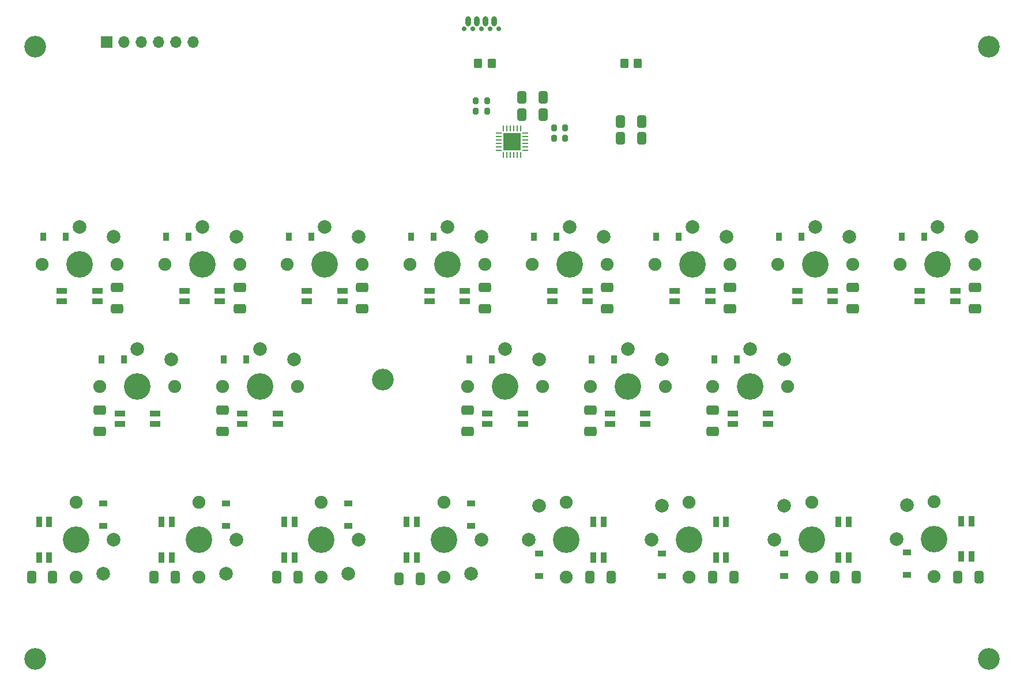
<source format=gbr>
%TF.GenerationSoftware,KiCad,Pcbnew,6.0.9-8da3e8f707~117~ubuntu22.04.1*%
%TF.CreationDate,2022-12-01T14:43:22-05:00*%
%TF.ProjectId,keyboard_matrix,6b657962-6f61-4726-945f-6d6174726978,rev?*%
%TF.SameCoordinates,Original*%
%TF.FileFunction,Soldermask,Bot*%
%TF.FilePolarity,Negative*%
%FSLAX46Y46*%
G04 Gerber Fmt 4.6, Leading zero omitted, Abs format (unit mm)*
G04 Created by KiCad (PCBNEW 6.0.9-8da3e8f707~117~ubuntu22.04.1) date 2022-12-01 14:43:22*
%MOMM*%
%LPD*%
G01*
G04 APERTURE LIST*
G04 Aperture macros list*
%AMRoundRect*
0 Rectangle with rounded corners*
0 $1 Rounding radius*
0 $2 $3 $4 $5 $6 $7 $8 $9 X,Y pos of 4 corners*
0 Add a 4 corners polygon primitive as box body*
4,1,4,$2,$3,$4,$5,$6,$7,$8,$9,$2,$3,0*
0 Add four circle primitives for the rounded corners*
1,1,$1+$1,$2,$3*
1,1,$1+$1,$4,$5*
1,1,$1+$1,$6,$7*
1,1,$1+$1,$8,$9*
0 Add four rect primitives between the rounded corners*
20,1,$1+$1,$2,$3,$4,$5,0*
20,1,$1+$1,$4,$5,$6,$7,0*
20,1,$1+$1,$6,$7,$8,$9,0*
20,1,$1+$1,$8,$9,$2,$3,0*%
G04 Aperture macros list end*
%ADD10C,3.200000*%
%ADD11C,3.900000*%
%ADD12R,0.900000X1.200000*%
%ADD13C,1.900000*%
%ADD14C,2.000000*%
%ADD15R,1.600000X0.820000*%
%ADD16R,1.200000X0.900000*%
%ADD17R,0.820000X1.600000*%
%ADD18R,1.700000X1.700000*%
%ADD19O,1.700000X1.700000*%
%ADD20C,0.700000*%
%ADD21O,0.800000X1.500000*%
%ADD22RoundRect,0.250000X0.650000X-0.412500X0.650000X0.412500X-0.650000X0.412500X-0.650000X-0.412500X0*%
%ADD23RoundRect,0.250000X-0.650000X0.412500X-0.650000X-0.412500X0.650000X-0.412500X0.650000X0.412500X0*%
%ADD24RoundRect,0.250000X-0.412500X-0.650000X0.412500X-0.650000X0.412500X0.650000X-0.412500X0.650000X0*%
%ADD25RoundRect,0.250000X0.412500X0.650000X-0.412500X0.650000X-0.412500X-0.650000X0.412500X-0.650000X0*%
%ADD26RoundRect,0.200000X0.200000X0.275000X-0.200000X0.275000X-0.200000X-0.275000X0.200000X-0.275000X0*%
%ADD27RoundRect,0.250000X-0.350000X-0.450000X0.350000X-0.450000X0.350000X0.450000X-0.350000X0.450000X0*%
%ADD28RoundRect,0.062500X0.350000X0.062500X-0.350000X0.062500X-0.350000X-0.062500X0.350000X-0.062500X0*%
%ADD29RoundRect,0.062500X0.062500X0.350000X-0.062500X0.350000X-0.062500X-0.350000X0.062500X-0.350000X0*%
%ADD30R,2.600000X2.600000*%
%ADD31RoundRect,0.200000X-0.200000X-0.275000X0.200000X-0.275000X0.200000X0.275000X-0.200000X0.275000X0*%
G04 APERTURE END LIST*
D10*
%TO.C,H105*%
X126000000Y-114000000D03*
%TD*%
%TO.C,H104*%
X75000000Y-155000000D03*
%TD*%
%TO.C,H103*%
X75000000Y-65000000D03*
%TD*%
D11*
%TO.C,SW202*%
X99500000Y-97000000D03*
D12*
X97500000Y-93000000D03*
D13*
X105000000Y-97000000D03*
X94000000Y-97000000D03*
D14*
X99500000Y-91500000D03*
D15*
X102100000Y-102450000D03*
X102100000Y-100950000D03*
X96900000Y-100950000D03*
X96900000Y-102450000D03*
D12*
X94200000Y-93000000D03*
D14*
X104500000Y-93000000D03*
%TD*%
%TO.C,SW208*%
X207500000Y-91500000D03*
D13*
X202000000Y-97000000D03*
X213000000Y-97000000D03*
D12*
X205500000Y-93000000D03*
D11*
X207500000Y-97000000D03*
D15*
X210100000Y-102450000D03*
X210100000Y-100950000D03*
X204900000Y-100950000D03*
X204900000Y-102450000D03*
D12*
X202200000Y-93000000D03*
D14*
X212500000Y-93000000D03*
%TD*%
D13*
%TO.C,SW201*%
X87000000Y-97000000D03*
D12*
X79500000Y-93000000D03*
D13*
X76000000Y-97000000D03*
D14*
X81500000Y-91500000D03*
D11*
X81500000Y-97000000D03*
D15*
X84100000Y-102450000D03*
X84100000Y-100950000D03*
X78900000Y-100950000D03*
X78900000Y-102450000D03*
D12*
X76200000Y-93000000D03*
D14*
X86500000Y-93000000D03*
%TD*%
D16*
%TO.C,SW301*%
X85000000Y-135500000D03*
D14*
X86500000Y-137500000D03*
D13*
X81000000Y-132000000D03*
X81000000Y-143000000D03*
D11*
X81000000Y-137500000D03*
D17*
X75550000Y-140100000D03*
X77050000Y-140100000D03*
X77050000Y-134900000D03*
X75550000Y-134900000D03*
D16*
X85000000Y-132200000D03*
D14*
X85000000Y-142500000D03*
%TD*%
D12*
%TO.C,SW307*%
X142000000Y-111000000D03*
D11*
X144000000Y-115000000D03*
D13*
X138500000Y-115000000D03*
X149500000Y-115000000D03*
D14*
X144000000Y-109500000D03*
D15*
X141400000Y-118950000D03*
X141400000Y-120450000D03*
X146600000Y-120450000D03*
X146600000Y-118950000D03*
D12*
X138700000Y-111000000D03*
D14*
X149000000Y-111000000D03*
%TD*%
D13*
%TO.C,SW308*%
X153000000Y-132000000D03*
X153000000Y-143000000D03*
D11*
X153000000Y-137500000D03*
D14*
X147500000Y-137500000D03*
D16*
X149000000Y-139500000D03*
D17*
X156950000Y-140100000D03*
X158450000Y-140100000D03*
X158450000Y-134900000D03*
X156950000Y-134900000D03*
D16*
X149000000Y-142800000D03*
D14*
X149000000Y-132500000D03*
%TD*%
D13*
%TO.C,SW303*%
X99000000Y-143000000D03*
D14*
X104500000Y-137500000D03*
D16*
X103000000Y-135500000D03*
D13*
X99000000Y-132000000D03*
D11*
X99000000Y-137500000D03*
D17*
X93550000Y-140100000D03*
X95050000Y-140100000D03*
X95050000Y-134900000D03*
X93550000Y-134900000D03*
D16*
X103000000Y-132200000D03*
D14*
X103000000Y-142500000D03*
%TD*%
D18*
%TO.C,J10*%
X85460000Y-64375000D03*
D19*
X88000000Y-64375000D03*
X90540000Y-64375000D03*
X93080000Y-64375000D03*
X95620000Y-64375000D03*
X98160000Y-64375000D03*
%TD*%
D13*
%TO.C,SW312*%
X189000000Y-143000000D03*
D14*
X183500000Y-137500000D03*
D11*
X189000000Y-137500000D03*
D16*
X185000000Y-139500000D03*
D13*
X189000000Y-132000000D03*
D17*
X192950000Y-140100000D03*
X194450000Y-140100000D03*
X194450000Y-134900000D03*
X192950000Y-134900000D03*
D16*
X185000000Y-142800000D03*
D14*
X185000000Y-132500000D03*
%TD*%
D12*
%TO.C,SW304*%
X106000000Y-111000000D03*
D13*
X102500000Y-115000000D03*
X113500000Y-115000000D03*
D11*
X108000000Y-115000000D03*
D14*
X108000000Y-109500000D03*
D15*
X105400000Y-118950000D03*
X105400000Y-120450000D03*
X110600000Y-120450000D03*
X110600000Y-118950000D03*
D12*
X102700000Y-111000000D03*
D14*
X113000000Y-111000000D03*
%TD*%
D11*
%TO.C,SW309*%
X162000000Y-115000000D03*
D13*
X156500000Y-115000000D03*
D14*
X162000000Y-109500000D03*
D13*
X167500000Y-115000000D03*
D12*
X160000000Y-111000000D03*
D15*
X159400000Y-118950000D03*
X159400000Y-120450000D03*
X164600000Y-120450000D03*
X164600000Y-118950000D03*
D12*
X156700000Y-111000000D03*
D14*
X167000000Y-111000000D03*
%TD*%
D13*
%TO.C,SW302*%
X95500000Y-115000000D03*
D14*
X90000000Y-109500000D03*
D13*
X84500000Y-115000000D03*
D11*
X90000000Y-115000000D03*
D12*
X88000000Y-111000000D03*
D15*
X87400000Y-118950000D03*
X87400000Y-120450000D03*
X92600000Y-120450000D03*
X92600000Y-118950000D03*
D12*
X84700000Y-111000000D03*
D14*
X95000000Y-111000000D03*
%TD*%
D13*
%TO.C,SW203*%
X112000000Y-97000000D03*
X123000000Y-97000000D03*
D11*
X117500000Y-97000000D03*
D14*
X117500000Y-91500000D03*
D12*
X115500000Y-93000000D03*
D15*
X120100000Y-102450000D03*
X120100000Y-100950000D03*
X114900000Y-100950000D03*
X114900000Y-102450000D03*
D12*
X112200000Y-93000000D03*
D14*
X122500000Y-93000000D03*
%TD*%
D10*
%TO.C,H102*%
X215000000Y-65000000D03*
%TD*%
D20*
%TO.C,J11*%
X139230000Y-62425500D03*
X141770000Y-62425500D03*
X143040000Y-62425500D03*
X140500000Y-62425500D03*
X137960000Y-62425500D03*
D21*
X138595000Y-61270500D03*
X139865000Y-61270500D03*
X141135000Y-61270500D03*
X142405000Y-61270500D03*
%TD*%
D16*
%TO.C,SW310*%
X167000000Y-139500000D03*
D11*
X171000000Y-137500000D03*
D13*
X171000000Y-132000000D03*
X171000000Y-143000000D03*
D14*
X165500000Y-137500000D03*
D17*
X174950000Y-140100000D03*
X176450000Y-140100000D03*
X176450000Y-134900000D03*
X174950000Y-134900000D03*
D16*
X167000000Y-142800000D03*
D14*
X167000000Y-132500000D03*
%TD*%
D13*
%TO.C,SW306*%
X135000000Y-132000000D03*
D14*
X140500000Y-137500000D03*
D16*
X139000000Y-135500000D03*
D11*
X135000000Y-137500000D03*
D13*
X135000000Y-143000000D03*
D17*
X129550000Y-140100000D03*
X131050000Y-140100000D03*
X131050000Y-134900000D03*
X129550000Y-134900000D03*
D16*
X139000000Y-132200000D03*
D14*
X139000000Y-142500000D03*
%TD*%
D16*
%TO.C,SW313*%
X203000000Y-139385000D03*
D11*
X207000000Y-137385000D03*
D14*
X201500000Y-137385000D03*
D13*
X207000000Y-142885000D03*
X207000000Y-131885000D03*
D17*
X210950000Y-139985000D03*
X212450000Y-139985000D03*
X212450000Y-134785000D03*
X210950000Y-134785000D03*
D16*
X203000000Y-142685000D03*
D14*
X203000000Y-132385000D03*
%TD*%
D10*
%TO.C,H101*%
X215000000Y-155000000D03*
%TD*%
D13*
%TO.C,SW205*%
X159000000Y-97000000D03*
D14*
X153500000Y-91500000D03*
D11*
X153500000Y-97000000D03*
D12*
X151500000Y-93000000D03*
D13*
X148000000Y-97000000D03*
D15*
X156100000Y-102450000D03*
X156100000Y-100950000D03*
X150900000Y-100950000D03*
X150900000Y-102450000D03*
D12*
X148200000Y-93000000D03*
D14*
X158500000Y-93000000D03*
%TD*%
D12*
%TO.C,SW311*%
X178000000Y-111000000D03*
D13*
X174500000Y-115000000D03*
D14*
X180000000Y-109500000D03*
D13*
X185500000Y-115000000D03*
D11*
X180000000Y-115000000D03*
D15*
X177400000Y-118950000D03*
X177400000Y-120450000D03*
X182600000Y-120450000D03*
X182600000Y-118950000D03*
D12*
X174700000Y-111000000D03*
D14*
X185000000Y-111000000D03*
%TD*%
D11*
%TO.C,SW204*%
X135500000Y-97000000D03*
D14*
X135500000Y-91500000D03*
D12*
X133500000Y-93000000D03*
D13*
X141000000Y-97000000D03*
X130000000Y-97000000D03*
D15*
X138100000Y-102450000D03*
X138100000Y-100950000D03*
X132900000Y-100950000D03*
X132900000Y-102450000D03*
D12*
X130200000Y-93000000D03*
D14*
X140500000Y-93000000D03*
%TD*%
D13*
%TO.C,SW206*%
X177000000Y-97000000D03*
D11*
X171500000Y-97000000D03*
D14*
X171500000Y-91500000D03*
D13*
X166000000Y-97000000D03*
D12*
X169500000Y-93000000D03*
D15*
X174100000Y-102450000D03*
X174100000Y-100950000D03*
X168900000Y-100950000D03*
X168900000Y-102450000D03*
D12*
X166200000Y-93000000D03*
D14*
X176500000Y-93000000D03*
%TD*%
D16*
%TO.C,SW305*%
X121000000Y-135500000D03*
D14*
X122500000Y-137500000D03*
D13*
X117000000Y-132000000D03*
X117000000Y-143000000D03*
D11*
X117000000Y-137500000D03*
D17*
X111550000Y-140100000D03*
X113050000Y-140100000D03*
X113050000Y-134900000D03*
X111550000Y-134900000D03*
D16*
X121000000Y-132200000D03*
D14*
X121000000Y-142500000D03*
%TD*%
%TO.C,SW207*%
X189500000Y-91500000D03*
D11*
X189500000Y-97000000D03*
D13*
X184000000Y-97000000D03*
D12*
X187500000Y-93000000D03*
D13*
X195000000Y-97000000D03*
D15*
X192100000Y-102450000D03*
X192100000Y-100950000D03*
X186900000Y-100950000D03*
X186900000Y-102450000D03*
D12*
X184200000Y-93000000D03*
D14*
X194500000Y-93000000D03*
%TD*%
D22*
%TO.C,C202*%
X105000000Y-103562500D03*
X105000000Y-100437500D03*
%TD*%
D23*
%TO.C,C311*%
X174500000Y-118437500D03*
X174500000Y-121562500D03*
%TD*%
%TO.C,C309*%
X156500000Y-118437500D03*
X156500000Y-121562500D03*
%TD*%
D24*
%TO.C,C306*%
X128437500Y-143250000D03*
X131562500Y-143250000D03*
%TD*%
D22*
%TO.C,C201*%
X87000000Y-103562500D03*
X87000000Y-100437500D03*
%TD*%
D25*
%TO.C,C4*%
X164062500Y-78500000D03*
X160937500Y-78500000D03*
%TD*%
D24*
%TO.C,C310*%
X174437500Y-143000000D03*
X177562500Y-143000000D03*
%TD*%
D26*
%TO.C,R2*%
X141325000Y-74500000D03*
X139675000Y-74500000D03*
%TD*%
D25*
%TO.C,C2*%
X149562500Y-75000000D03*
X146437500Y-75000000D03*
%TD*%
D23*
%TO.C,C307*%
X138500000Y-118437500D03*
X138500000Y-121562500D03*
%TD*%
D27*
%TO.C,FB1*%
X140000000Y-67500000D03*
X142000000Y-67500000D03*
%TD*%
D22*
%TO.C,C203*%
X123000000Y-103562500D03*
X123000000Y-100437500D03*
%TD*%
%TO.C,C204*%
X141000000Y-103562500D03*
X141000000Y-100437500D03*
%TD*%
D24*
%TO.C,C305*%
X110437500Y-143000000D03*
X113562500Y-143000000D03*
%TD*%
D22*
%TO.C,C205*%
X159000000Y-103562500D03*
X159000000Y-100437500D03*
%TD*%
D25*
%TO.C,C1*%
X149562500Y-72500000D03*
X146437500Y-72500000D03*
%TD*%
D24*
%TO.C,C308*%
X156437500Y-143000000D03*
X159562500Y-143000000D03*
%TD*%
D23*
%TO.C,C304*%
X102500000Y-118437500D03*
X102500000Y-121562500D03*
%TD*%
D28*
%TO.C,U1*%
X146937500Y-77750000D03*
X146937500Y-78250000D03*
X146937500Y-78750000D03*
X146937500Y-79250000D03*
X146937500Y-79750000D03*
X146937500Y-80250000D03*
D29*
X146250000Y-80937500D03*
X145750000Y-80937500D03*
X145250000Y-80937500D03*
X144750000Y-80937500D03*
X144250000Y-80937500D03*
X143750000Y-80937500D03*
D28*
X143062500Y-80250000D03*
X143062500Y-79750000D03*
X143062500Y-79250000D03*
X143062500Y-78750000D03*
X143062500Y-78250000D03*
X143062500Y-77750000D03*
D29*
X143750000Y-77062500D03*
X144250000Y-77062500D03*
X144750000Y-77062500D03*
X145250000Y-77062500D03*
X145750000Y-77062500D03*
X146250000Y-77062500D03*
D30*
X145000000Y-79000000D03*
%TD*%
D26*
%TO.C,R3*%
X152825000Y-77000000D03*
X151175000Y-77000000D03*
%TD*%
D23*
%TO.C,C302*%
X84500000Y-118437500D03*
X84500000Y-121562500D03*
%TD*%
D26*
%TO.C,R1*%
X141345000Y-73000000D03*
X139695000Y-73000000D03*
%TD*%
D24*
%TO.C,C303*%
X92437500Y-143000000D03*
X95562500Y-143000000D03*
%TD*%
D25*
%TO.C,C3*%
X164062500Y-76000000D03*
X160937500Y-76000000D03*
%TD*%
D22*
%TO.C,C206*%
X177000000Y-103562500D03*
X177000000Y-100437500D03*
%TD*%
D31*
%TO.C,R4*%
X151175000Y-78500000D03*
X152825000Y-78500000D03*
%TD*%
D24*
%TO.C,C312*%
X192437500Y-143000000D03*
X195562500Y-143000000D03*
%TD*%
D22*
%TO.C,C208*%
X213000000Y-103562500D03*
X213000000Y-100437500D03*
%TD*%
D24*
%TO.C,C301*%
X74437500Y-143000000D03*
X77562500Y-143000000D03*
%TD*%
D27*
%TO.C,FB2*%
X161500000Y-67500000D03*
X163500000Y-67500000D03*
%TD*%
D22*
%TO.C,C207*%
X195000000Y-103562500D03*
X195000000Y-100437500D03*
%TD*%
D24*
%TO.C,C313*%
X210437500Y-143000000D03*
X213562500Y-143000000D03*
%TD*%
M02*

</source>
